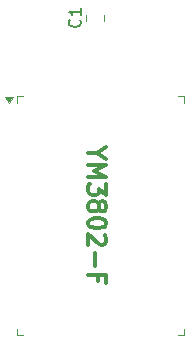
<source format=gbr>
%TF.GenerationSoftware,KiCad,Pcbnew,8.0.7*%
%TF.CreationDate,2025-03-12T15:38:42-05:00*%
%TF.ProjectId,YM3802-F-to-X,594d3338-3032-42d4-962d-746f2d582e6b,rev?*%
%TF.SameCoordinates,Original*%
%TF.FileFunction,Legend,Top*%
%TF.FilePolarity,Positive*%
%FSLAX46Y46*%
G04 Gerber Fmt 4.6, Leading zero omitted, Abs format (unit mm)*
G04 Created by KiCad (PCBNEW 8.0.7) date 2025-03-12 15:38:42*
%MOMM*%
%LPD*%
G01*
G04 APERTURE LIST*
%ADD10C,0.300000*%
%ADD11C,0.150000*%
%ADD12C,0.120000*%
G04 APERTURE END LIST*
D10*
X141248457Y-110568225D02*
X140534171Y-110568225D01*
X142034171Y-110068225D02*
X141248457Y-110568225D01*
X141248457Y-110568225D02*
X142034171Y-111068225D01*
X140534171Y-111568224D02*
X142034171Y-111568224D01*
X142034171Y-111568224D02*
X140962742Y-112068224D01*
X140962742Y-112068224D02*
X142034171Y-112568224D01*
X142034171Y-112568224D02*
X140534171Y-112568224D01*
X142034171Y-113139653D02*
X142034171Y-114068225D01*
X142034171Y-114068225D02*
X141462742Y-113568225D01*
X141462742Y-113568225D02*
X141462742Y-113782510D01*
X141462742Y-113782510D02*
X141391314Y-113925368D01*
X141391314Y-113925368D02*
X141319885Y-113996796D01*
X141319885Y-113996796D02*
X141177028Y-114068225D01*
X141177028Y-114068225D02*
X140819885Y-114068225D01*
X140819885Y-114068225D02*
X140677028Y-113996796D01*
X140677028Y-113996796D02*
X140605600Y-113925368D01*
X140605600Y-113925368D02*
X140534171Y-113782510D01*
X140534171Y-113782510D02*
X140534171Y-113353939D01*
X140534171Y-113353939D02*
X140605600Y-113211082D01*
X140605600Y-113211082D02*
X140677028Y-113139653D01*
X141391314Y-114925367D02*
X141462742Y-114782510D01*
X141462742Y-114782510D02*
X141534171Y-114711081D01*
X141534171Y-114711081D02*
X141677028Y-114639653D01*
X141677028Y-114639653D02*
X141748457Y-114639653D01*
X141748457Y-114639653D02*
X141891314Y-114711081D01*
X141891314Y-114711081D02*
X141962742Y-114782510D01*
X141962742Y-114782510D02*
X142034171Y-114925367D01*
X142034171Y-114925367D02*
X142034171Y-115211081D01*
X142034171Y-115211081D02*
X141962742Y-115353939D01*
X141962742Y-115353939D02*
X141891314Y-115425367D01*
X141891314Y-115425367D02*
X141748457Y-115496796D01*
X141748457Y-115496796D02*
X141677028Y-115496796D01*
X141677028Y-115496796D02*
X141534171Y-115425367D01*
X141534171Y-115425367D02*
X141462742Y-115353939D01*
X141462742Y-115353939D02*
X141391314Y-115211081D01*
X141391314Y-115211081D02*
X141391314Y-114925367D01*
X141391314Y-114925367D02*
X141319885Y-114782510D01*
X141319885Y-114782510D02*
X141248457Y-114711081D01*
X141248457Y-114711081D02*
X141105600Y-114639653D01*
X141105600Y-114639653D02*
X140819885Y-114639653D01*
X140819885Y-114639653D02*
X140677028Y-114711081D01*
X140677028Y-114711081D02*
X140605600Y-114782510D01*
X140605600Y-114782510D02*
X140534171Y-114925367D01*
X140534171Y-114925367D02*
X140534171Y-115211081D01*
X140534171Y-115211081D02*
X140605600Y-115353939D01*
X140605600Y-115353939D02*
X140677028Y-115425367D01*
X140677028Y-115425367D02*
X140819885Y-115496796D01*
X140819885Y-115496796D02*
X141105600Y-115496796D01*
X141105600Y-115496796D02*
X141248457Y-115425367D01*
X141248457Y-115425367D02*
X141319885Y-115353939D01*
X141319885Y-115353939D02*
X141391314Y-115211081D01*
X142034171Y-116425367D02*
X142034171Y-116568224D01*
X142034171Y-116568224D02*
X141962742Y-116711081D01*
X141962742Y-116711081D02*
X141891314Y-116782510D01*
X141891314Y-116782510D02*
X141748457Y-116853938D01*
X141748457Y-116853938D02*
X141462742Y-116925367D01*
X141462742Y-116925367D02*
X141105600Y-116925367D01*
X141105600Y-116925367D02*
X140819885Y-116853938D01*
X140819885Y-116853938D02*
X140677028Y-116782510D01*
X140677028Y-116782510D02*
X140605600Y-116711081D01*
X140605600Y-116711081D02*
X140534171Y-116568224D01*
X140534171Y-116568224D02*
X140534171Y-116425367D01*
X140534171Y-116425367D02*
X140605600Y-116282510D01*
X140605600Y-116282510D02*
X140677028Y-116211081D01*
X140677028Y-116211081D02*
X140819885Y-116139652D01*
X140819885Y-116139652D02*
X141105600Y-116068224D01*
X141105600Y-116068224D02*
X141462742Y-116068224D01*
X141462742Y-116068224D02*
X141748457Y-116139652D01*
X141748457Y-116139652D02*
X141891314Y-116211081D01*
X141891314Y-116211081D02*
X141962742Y-116282510D01*
X141962742Y-116282510D02*
X142034171Y-116425367D01*
X141891314Y-117496795D02*
X141962742Y-117568223D01*
X141962742Y-117568223D02*
X142034171Y-117711081D01*
X142034171Y-117711081D02*
X142034171Y-118068223D01*
X142034171Y-118068223D02*
X141962742Y-118211081D01*
X141962742Y-118211081D02*
X141891314Y-118282509D01*
X141891314Y-118282509D02*
X141748457Y-118353938D01*
X141748457Y-118353938D02*
X141605600Y-118353938D01*
X141605600Y-118353938D02*
X141391314Y-118282509D01*
X141391314Y-118282509D02*
X140534171Y-117425366D01*
X140534171Y-117425366D02*
X140534171Y-118353938D01*
X141105600Y-118996794D02*
X141105600Y-120139652D01*
X141319885Y-121353937D02*
X141319885Y-120853937D01*
X140534171Y-120853937D02*
X142034171Y-120853937D01*
X142034171Y-120853937D02*
X142034171Y-121568223D01*
D11*
X139779580Y-99266666D02*
X139827200Y-99314285D01*
X139827200Y-99314285D02*
X139874819Y-99457142D01*
X139874819Y-99457142D02*
X139874819Y-99552380D01*
X139874819Y-99552380D02*
X139827200Y-99695237D01*
X139827200Y-99695237D02*
X139731961Y-99790475D01*
X139731961Y-99790475D02*
X139636723Y-99838094D01*
X139636723Y-99838094D02*
X139446247Y-99885713D01*
X139446247Y-99885713D02*
X139303390Y-99885713D01*
X139303390Y-99885713D02*
X139112914Y-99838094D01*
X139112914Y-99838094D02*
X139017676Y-99790475D01*
X139017676Y-99790475D02*
X138922438Y-99695237D01*
X138922438Y-99695237D02*
X138874819Y-99552380D01*
X138874819Y-99552380D02*
X138874819Y-99457142D01*
X138874819Y-99457142D02*
X138922438Y-99314285D01*
X138922438Y-99314285D02*
X138970057Y-99266666D01*
X139874819Y-98314285D02*
X139874819Y-98885713D01*
X139874819Y-98599999D02*
X138874819Y-98599999D01*
X138874819Y-98599999D02*
X139017676Y-98695237D01*
X139017676Y-98695237D02*
X139112914Y-98790475D01*
X139112914Y-98790475D02*
X139160533Y-98885713D01*
D12*
%TO.C,U2*%
X134440000Y-105746000D02*
X134440000Y-106296000D01*
X134440000Y-125966000D02*
X134440000Y-125416000D01*
X134990000Y-105746000D02*
X134440000Y-105746000D01*
X134990000Y-125966000D02*
X134440000Y-125966000D01*
X148110000Y-105746000D02*
X148660000Y-105746000D01*
X148110000Y-125966000D02*
X148660000Y-125966000D01*
X148660000Y-105746000D02*
X148660000Y-106296000D01*
X148660000Y-125966000D02*
X148660000Y-125416000D01*
X133825000Y-106296000D02*
X133485000Y-105826000D01*
X134165000Y-105826000D01*
X133825000Y-106296000D01*
G36*
X133825000Y-106296000D02*
G01*
X133485000Y-105826000D01*
X134165000Y-105826000D01*
X133825000Y-106296000D01*
G37*
%TO.C,C1*%
X140365000Y-99361252D02*
X140365000Y-98838748D01*
X141835000Y-99361252D02*
X141835000Y-98838748D01*
%TD*%
M02*

</source>
